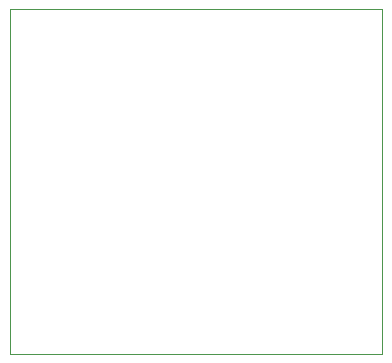
<source format=gko>
G04 #@! TF.FileFunction,Profile,NP*
%FSLAX46Y46*%
G04 Gerber Fmt 4.6, Leading zero omitted, Abs format (unit mm)*
G04 Created by KiCad (PCBNEW 0.201508140901+6091~28~ubuntu14.04.1-product) date Fri 18 Sep 2015 07:53:11 PM CEST*
%MOMM*%
G01*
G04 APERTURE LIST*
%ADD10C,0.076200*%
%ADD11C,0.100000*%
G04 APERTURE END LIST*
D10*
D11*
X145288000Y-124968000D02*
X145288000Y-95758000D01*
X176784000Y-124968000D02*
X145288000Y-124968000D01*
X176784000Y-95758000D02*
X176784000Y-124968000D01*
X145288000Y-95758000D02*
X176784000Y-95758000D01*
M02*

</source>
